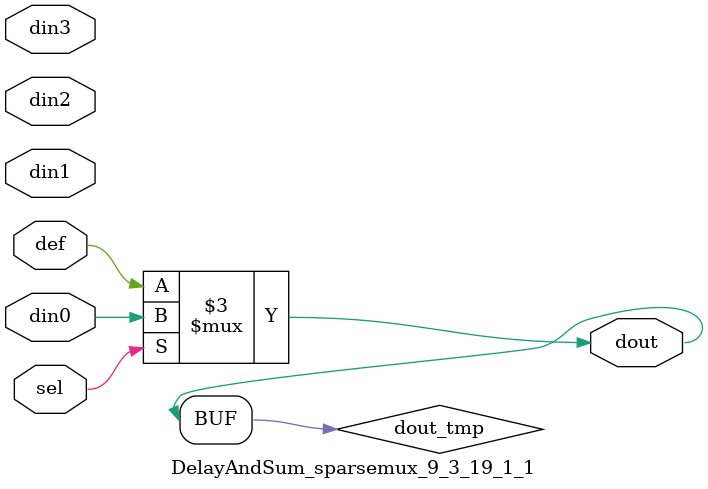
<source format=v>
`timescale 1ns / 1ps

module DelayAndSum_sparsemux_9_3_19_1_1 (din0,din1,din2,din3,def,sel,dout);

parameter din0_WIDTH = 1;

parameter din1_WIDTH = 1;

parameter din2_WIDTH = 1;

parameter din3_WIDTH = 1;

parameter def_WIDTH = 1;
parameter sel_WIDTH = 1;
parameter dout_WIDTH = 1;

parameter [sel_WIDTH-1:0] CASE0 = 1;

parameter [sel_WIDTH-1:0] CASE1 = 1;

parameter [sel_WIDTH-1:0] CASE2 = 1;

parameter [sel_WIDTH-1:0] CASE3 = 1;

parameter ID = 1;
parameter NUM_STAGE = 1;



input [din0_WIDTH-1:0] din0;

input [din1_WIDTH-1:0] din1;

input [din2_WIDTH-1:0] din2;

input [din3_WIDTH-1:0] din3;

input [def_WIDTH-1:0] def;
input [sel_WIDTH-1:0] sel;

output [dout_WIDTH-1:0] dout;



reg [dout_WIDTH-1:0] dout_tmp;


always @ (*) begin
(* parallel_case *) case (sel)
    
    CASE0 : dout_tmp = din0;
    
    CASE1 : dout_tmp = din1;
    
    CASE2 : dout_tmp = din2;
    
    CASE3 : dout_tmp = din3;
    
    default : dout_tmp = def;
endcase
end


assign dout = dout_tmp;



endmodule

</source>
